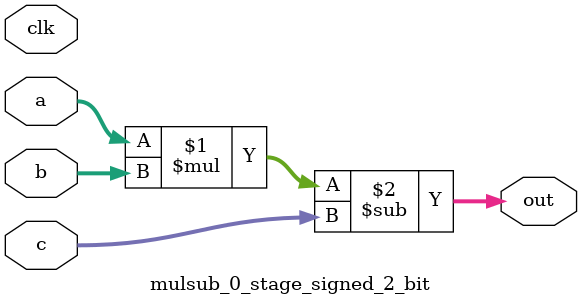
<source format=sv>
(* use_dsp = "yes" *) module mulsub_0_stage_signed_2_bit(
	input signed [1:0] a,
	input signed [1:0] b,
	input signed [1:0] c,
	output [1:0] out,
	input clk);

	assign out = (a * b) - c;
endmodule

</source>
